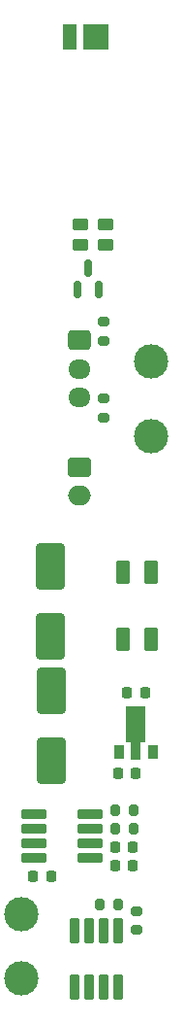
<source format=gts>
G04 #@! TF.GenerationSoftware,KiCad,Pcbnew,7.0.10*
G04 #@! TF.CreationDate,2024-05-01T16:26:18+02:00*
G04 #@! TF.ProjectId,microscope,6d696372-6f73-4636-9f70-652e6b696361,rev?*
G04 #@! TF.SameCoordinates,Original*
G04 #@! TF.FileFunction,Soldermask,Top*
G04 #@! TF.FilePolarity,Negative*
%FSLAX46Y46*%
G04 Gerber Fmt 4.6, Leading zero omitted, Abs format (unit mm)*
G04 Created by KiCad (PCBNEW 7.0.10) date 2024-05-01 16:26:18*
%MOMM*%
%LPD*%
G01*
G04 APERTURE LIST*
G04 Aperture macros list*
%AMRoundRect*
0 Rectangle with rounded corners*
0 $1 Rounding radius*
0 $2 $3 $4 $5 $6 $7 $8 $9 X,Y pos of 4 corners*
0 Add a 4 corners polygon primitive as box body*
4,1,4,$2,$3,$4,$5,$6,$7,$8,$9,$2,$3,0*
0 Add four circle primitives for the rounded corners*
1,1,$1+$1,$2,$3*
1,1,$1+$1,$4,$5*
1,1,$1+$1,$6,$7*
1,1,$1+$1,$8,$9*
0 Add four rect primitives between the rounded corners*
20,1,$1+$1,$2,$3,$4,$5,0*
20,1,$1+$1,$4,$5,$6,$7,0*
20,1,$1+$1,$6,$7,$8,$9,0*
20,1,$1+$1,$8,$9,$2,$3,0*%
%AMFreePoly0*
4,1,9,3.862500,-0.866500,0.737500,-0.866500,0.737500,-0.450000,-0.737500,-0.450000,-0.737500,0.450000,0.737500,0.450000,0.737500,0.866500,3.862500,0.866500,3.862500,-0.866500,3.862500,-0.866500,$1*%
G04 Aperture macros list end*
%ADD10RoundRect,0.250000X-0.450000X0.262500X-0.450000X-0.262500X0.450000X-0.262500X0.450000X0.262500X0*%
%ADD11RoundRect,0.150000X0.150000X-0.587500X0.150000X0.587500X-0.150000X0.587500X-0.150000X-0.587500X0*%
%ADD12R,2.200000X2.200000*%
%ADD13R,1.250000X2.200000*%
%ADD14RoundRect,0.225000X-0.225000X-0.250000X0.225000X-0.250000X0.225000X0.250000X-0.225000X0.250000X0*%
%ADD15RoundRect,0.200000X-0.200000X-0.275000X0.200000X-0.275000X0.200000X0.275000X-0.200000X0.275000X0*%
%ADD16R,0.900000X1.300000*%
%ADD17FreePoly0,90.000000*%
%ADD18RoundRect,0.225000X0.225000X0.250000X-0.225000X0.250000X-0.225000X-0.250000X0.225000X-0.250000X0*%
%ADD19RoundRect,0.056280X-0.345720X1.030720X-0.345720X-1.030720X0.345720X-1.030720X0.345720X1.030720X0*%
%ADD20RoundRect,0.250000X-1.000000X1.750000X-1.000000X-1.750000X1.000000X-1.750000X1.000000X1.750000X0*%
%ADD21RoundRect,0.200000X0.275000X-0.200000X0.275000X0.200000X-0.275000X0.200000X-0.275000X-0.200000X0*%
%ADD22RoundRect,0.250000X-0.750000X0.600000X-0.750000X-0.600000X0.750000X-0.600000X0.750000X0.600000X0*%
%ADD23O,2.000000X1.700000*%
%ADD24RoundRect,0.056280X-1.030720X-0.345720X1.030720X-0.345720X1.030720X0.345720X-1.030720X0.345720X0*%
%ADD25RoundRect,0.250000X-0.725000X0.600000X-0.725000X-0.600000X0.725000X-0.600000X0.725000X0.600000X0*%
%ADD26O,1.950000X1.700000*%
%ADD27RoundRect,0.111400X0.445600X-0.945600X0.445600X0.945600X-0.445600X0.945600X-0.445600X-0.945600X0*%
%ADD28RoundRect,0.200000X0.200000X0.275000X-0.200000X0.275000X-0.200000X-0.275000X0.200000X-0.275000X0*%
%ADD29C,3.000000*%
%ADD30RoundRect,0.200000X-0.275000X0.200000X-0.275000X-0.200000X0.275000X-0.200000X0.275000X0.200000X0*%
%ADD31RoundRect,0.250000X1.000000X-1.750000X1.000000X1.750000X-1.000000X1.750000X-1.000000X-1.750000X0*%
G04 APERTURE END LIST*
D10*
X99550000Y-69337500D03*
X99550000Y-71162500D03*
X101750000Y-69337500D03*
X101750000Y-71162500D03*
D11*
X99250000Y-75000000D03*
X101150000Y-75000000D03*
X100200000Y-73125000D03*
D12*
X100900000Y-53000000D03*
D13*
X98625000Y-53000000D03*
D14*
X102600000Y-123600000D03*
X104150000Y-123600000D03*
D15*
X102575000Y-122000000D03*
X104225000Y-122000000D03*
D16*
X102900000Y-115350000D03*
D17*
X104400000Y-115262500D03*
D16*
X105900000Y-115350000D03*
D18*
X104150000Y-125200000D03*
X102600000Y-125200000D03*
D19*
X102805000Y-130885000D03*
X101535000Y-130885000D03*
X100265000Y-130885000D03*
X98995000Y-130885000D03*
X98995000Y-135825000D03*
X100265000Y-135825000D03*
X101535000Y-135825000D03*
X102805000Y-135825000D03*
D20*
X97000000Y-110000000D03*
X97000000Y-116100000D03*
D21*
X101600000Y-79500000D03*
X101600000Y-77850000D03*
D22*
X99450000Y-90500000D03*
D23*
X99450000Y-93000000D03*
D24*
X95460000Y-120760000D03*
X95460000Y-122030000D03*
X95460000Y-123300000D03*
X95460000Y-124570000D03*
X100400000Y-124570000D03*
X100400000Y-123300000D03*
X100400000Y-122030000D03*
X100400000Y-120760000D03*
D25*
X99425000Y-79450000D03*
D26*
X99425000Y-81950000D03*
X99425000Y-84450000D03*
D27*
X103250000Y-105500000D03*
X105700000Y-105500000D03*
X105700000Y-99700000D03*
X103250000Y-99700000D03*
D15*
X101225000Y-128630000D03*
X102875000Y-128630000D03*
D14*
X95425000Y-126200000D03*
X96975000Y-126200000D03*
D28*
X104225000Y-120400000D03*
X102575000Y-120400000D03*
D29*
X94400000Y-135100000D03*
D21*
X101600000Y-86200000D03*
X101600000Y-84550000D03*
D30*
X104450000Y-129205000D03*
X104450000Y-130855000D03*
D31*
X96950000Y-105250000D03*
X96950000Y-99150000D03*
D29*
X105700000Y-81300000D03*
X105700000Y-87800000D03*
D18*
X105175000Y-110200000D03*
X103625000Y-110200000D03*
X104375000Y-117200000D03*
X102825000Y-117200000D03*
D29*
X94400000Y-129500000D03*
M02*

</source>
